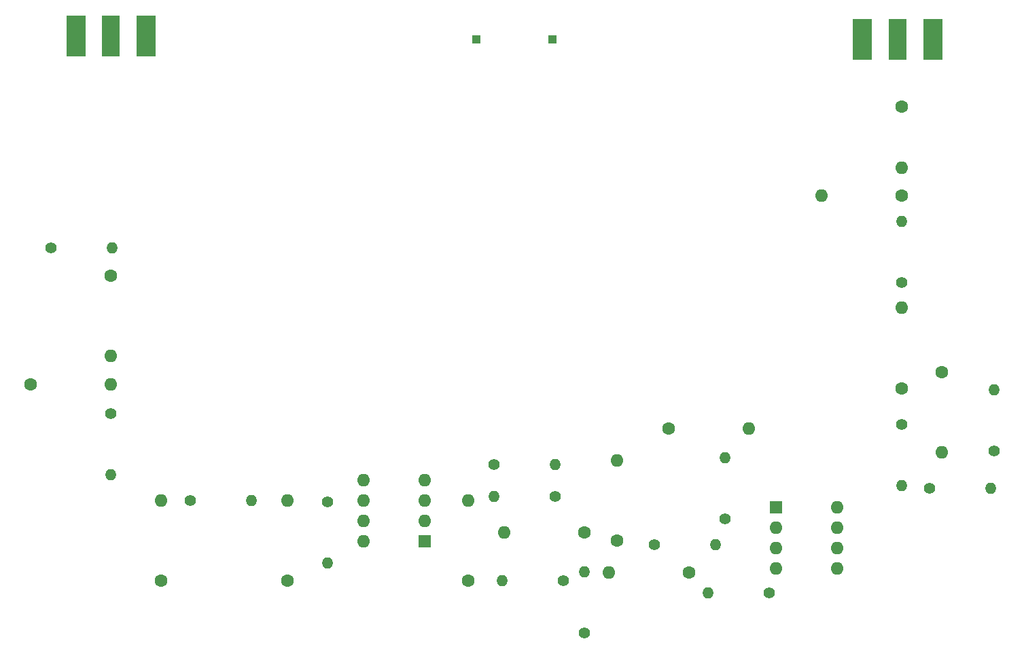
<source format=gbr>
%TF.GenerationSoftware,KiCad,Pcbnew,8.0.3*%
%TF.CreationDate,2024-09-19T11:22:37+05:30*%
%TF.ProjectId,VLF amplifier,564c4620-616d-4706-9c69-666965722e6b,rev?*%
%TF.SameCoordinates,Original*%
%TF.FileFunction,Soldermask,Top*%
%TF.FilePolarity,Negative*%
%FSLAX46Y46*%
G04 Gerber Fmt 4.6, Leading zero omitted, Abs format (unit mm)*
G04 Created by KiCad (PCBNEW 8.0.3) date 2024-09-19 11:22:37*
%MOMM*%
%LPD*%
G01*
G04 APERTURE LIST*
%ADD10C,1.400000*%
%ADD11O,1.400000X1.400000*%
%ADD12C,1.600000*%
%ADD13O,1.600000X1.600000*%
%ADD14R,1.000000X1.000000*%
%ADD15R,2.290000X5.080000*%
%ADD16R,2.420000X5.080000*%
%ADD17R,1.600000X1.600000*%
G04 APERTURE END LIST*
D10*
%TO.C,R11*%
X166310000Y-132500000D03*
D11*
X158690000Y-132500000D03*
%TD*%
D10*
%TO.C,R5*%
X220000000Y-116310000D03*
D11*
X220000000Y-108690000D03*
%TD*%
D10*
%TO.C,R3*%
X208500000Y-113000000D03*
D11*
X208500000Y-120620000D03*
%TD*%
D12*
%TO.C,C8*%
X154500000Y-132500000D03*
D13*
X154500000Y-122500000D03*
%TD*%
D10*
%TO.C,R15*%
X102500000Y-91000000D03*
D11*
X110120000Y-91000000D03*
%TD*%
D14*
%TO.C,J4*%
X165000000Y-65000000D03*
%TD*%
D12*
%TO.C,C1*%
X179500000Y-113500000D03*
D13*
X189500000Y-113500000D03*
%TD*%
D12*
%TO.C,C11*%
X110000000Y-94500000D03*
D13*
X110000000Y-104500000D03*
%TD*%
D12*
%TO.C,C12*%
X208500000Y-84500000D03*
D13*
X198500000Y-84500000D03*
%TD*%
D10*
%TO.C,R13*%
X119880000Y-122500000D03*
D11*
X127500000Y-122500000D03*
%TD*%
D10*
%TO.C,R1*%
X186500000Y-124810000D03*
D11*
X186500000Y-117190000D03*
%TD*%
D10*
%TO.C,R4*%
X208500000Y-95310000D03*
D11*
X208500000Y-87690000D03*
%TD*%
D10*
%TO.C,R2*%
X177690000Y-128000000D03*
D11*
X185310000Y-128000000D03*
%TD*%
D12*
%TO.C,C2*%
X173000000Y-127500000D03*
D13*
X173000000Y-117500000D03*
%TD*%
D10*
%TO.C,R8*%
X169000000Y-139000000D03*
D11*
X169000000Y-131380000D03*
%TD*%
D12*
%TO.C,C3*%
X213500000Y-106500000D03*
D13*
X213500000Y-116500000D03*
%TD*%
D10*
%TO.C,R7*%
X192000000Y-134000000D03*
D11*
X184380000Y-134000000D03*
%TD*%
D14*
%TO.C,J3*%
X155500000Y-65000000D03*
%TD*%
D10*
%TO.C,R6*%
X212000000Y-121000000D03*
D11*
X219620000Y-121000000D03*
%TD*%
D12*
%TO.C,C10*%
X100000000Y-108000000D03*
D13*
X110000000Y-108000000D03*
%TD*%
D15*
%TO.C,J2*%
X110000000Y-64560000D03*
D16*
X114380000Y-64560000D03*
X105620000Y-64560000D03*
%TD*%
D15*
%TO.C,J1*%
X208000000Y-65060000D03*
D16*
X212380000Y-65060000D03*
X203620000Y-65060000D03*
%TD*%
D12*
%TO.C,L1*%
X208500000Y-73380000D03*
D13*
X208500000Y-81000000D03*
%TD*%
D17*
%TO.C,U2*%
X149120000Y-127580000D03*
D13*
X149120000Y-125040000D03*
X149120000Y-122500000D03*
X149120000Y-119960000D03*
X141500000Y-119960000D03*
X141500000Y-122500000D03*
X141500000Y-125040000D03*
X141500000Y-127580000D03*
%TD*%
D12*
%TO.C,C9*%
X116190000Y-132500000D03*
D13*
X116190000Y-122500000D03*
%TD*%
D12*
%TO.C,C4*%
X208500000Y-108500000D03*
D13*
X208500000Y-98500000D03*
%TD*%
D17*
%TO.C,U1*%
X192880000Y-123380000D03*
D13*
X192880000Y-125920000D03*
X192880000Y-128460000D03*
X192880000Y-131000000D03*
X200500000Y-131000000D03*
X200500000Y-128460000D03*
X200500000Y-125920000D03*
X200500000Y-123380000D03*
%TD*%
D12*
%TO.C,C7*%
X132000000Y-132500000D03*
D13*
X132000000Y-122500000D03*
%TD*%
D12*
%TO.C,C5*%
X182000000Y-131500000D03*
D13*
X172000000Y-131500000D03*
%TD*%
D12*
%TO.C,C6*%
X169000000Y-126500000D03*
D13*
X159000000Y-126500000D03*
%TD*%
D10*
%TO.C,R9*%
X157690000Y-118000000D03*
D11*
X165310000Y-118000000D03*
%TD*%
D10*
%TO.C,R10*%
X165310000Y-122000000D03*
D11*
X157690000Y-122000000D03*
%TD*%
D10*
%TO.C,R14*%
X110000000Y-111690000D03*
D11*
X110000000Y-119310000D03*
%TD*%
D10*
%TO.C,R12*%
X137000000Y-122690000D03*
D11*
X137000000Y-130310000D03*
%TD*%
M02*

</source>
